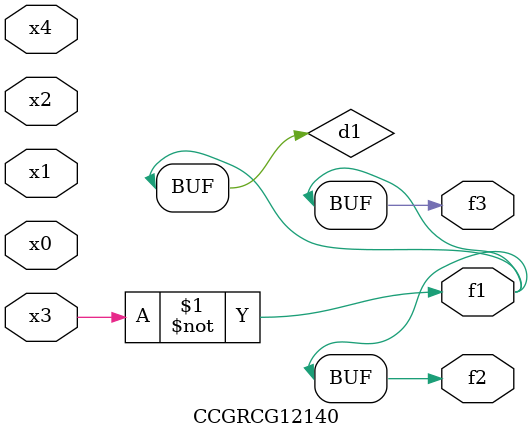
<source format=v>
module CCGRCG12140(
	input x0, x1, x2, x3, x4,
	output f1, f2, f3
);

	wire d1, d2;

	xnor (d1, x3);
	not (d2, x1);
	assign f1 = d1;
	assign f2 = d1;
	assign f3 = d1;
endmodule

</source>
